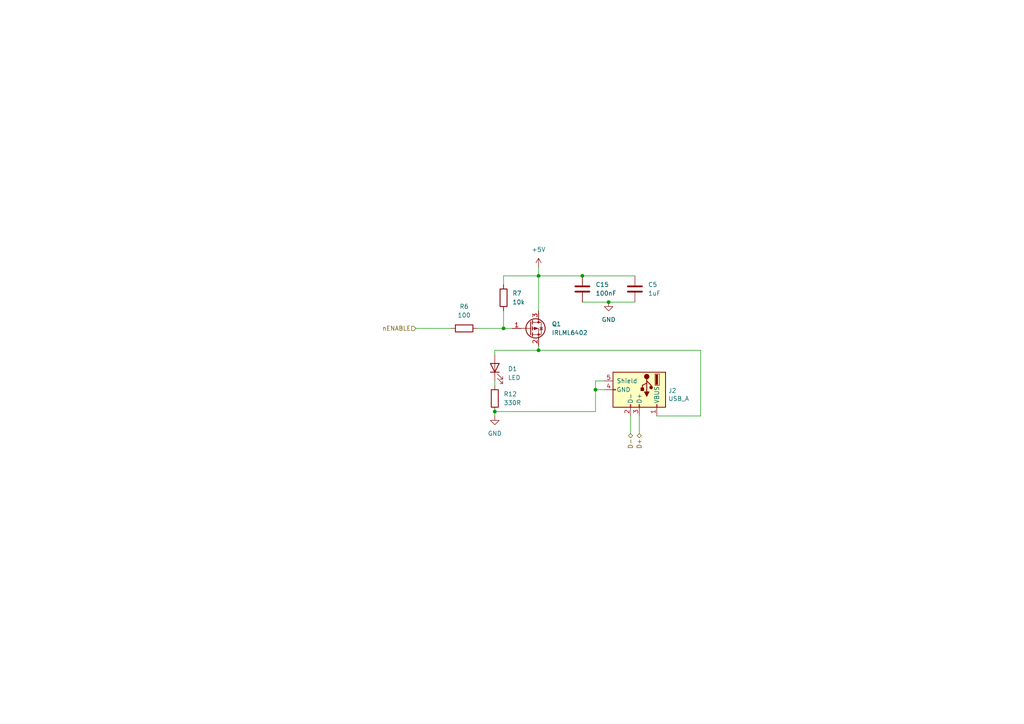
<source format=kicad_sch>
(kicad_sch (version 20211123) (generator eeschema)
  (paper "A4")
  (lib_symbols
    (symbol "Connector:USB_A" (pin_names (offset 1.016))
      (property "Reference" "J" (at -5.08 11.43 0))
      (property "Value" "USB_A" (at -5.08 8.89 0))
      (symbol "USB_A_0_1"
        (rectangle (start -5.08 -7.62) (end 5.08 7.62) (stroke (width 0.254)) (fill (type background)))
        (circle (center -3.81 2.159) (radius 0.635) (stroke (width 0.254)) (fill (type outline)))
        (rectangle (start -1.524 4.826) (end -4.318 5.334) (fill (type outline)))
        (rectangle (start -1.27 4.572) (end -4.572 5.842))
        (circle (center -0.635 3.429) (radius 0.381) (stroke (width 0.254)) (fill (type outline)))
        (rectangle (start -0.127 -7.62) (end 0.127 -6.858))
        (polyline (pts (xy -3.175 2.159) (xy -2.54 2.159) (xy -1.27 3.429) (xy -0.635 3.429)) (stroke (width 0.254)))
        (polyline (pts (xy -2.54 2.159) (xy -1.905 2.159) (xy -1.27 0.889) (xy 0 0.889)) (stroke (width 0.254)))
        (polyline (pts (xy 0.635 2.794) (xy 0.635 1.524) (xy 1.905 2.159) (xy 0.635 2.794)) (stroke (width 0.254)) (fill (type outline)))
        (rectangle (start 0.254 1.27) (end -0.508 0.508) (stroke (width 0.254)) (fill (type outline)))
        (rectangle (start 5.08 -2.667) (end 4.318 -2.413))
        (rectangle (start 5.08 -0.127) (end 4.318 0.127))
        (rectangle (start 5.08 4.953) (end 4.318 5.207))
      )
      (symbol "USB_A_1_1"
        (polyline (pts (xy -1.905 2.159) (xy 0.635 2.159)) (stroke (width 0.254)))
        (pin power_in line (at 7.62 5.08 180) (length 2.54) (name "VBUS") (number "1"))
        (pin bidirectional line (at 7.62 -2.54 180) (length 2.54) (name "D-") (number "2"))
        (pin bidirectional line (at 7.62 0 180) (length 2.54) (name "D+") (number "3"))
        (pin power_in line (at 0 -10.16 90) (length 2.54) (name "GND") (number "4"))
        (pin passive line (at -2.54 -10.16 90) (length 2.54) (name "Shield") (number "5"))
      )
    )
    (symbol "Device:C" (pin_numbers hide) (pin_names (offset 0.254))
      (property "Reference" "C" (at 0.635 2.54 0))
      (property "Value" "C" (at 0.635 -2.54 0))
      (symbol "C_0_1"
        (polyline (pts (xy -2.032 -0.762) (xy 2.032 -0.762)) (stroke (width 0.508)))
        (polyline (pts (xy -2.032 0.762) (xy 2.032 0.762)) (stroke (width 0.508)))
      )
      (symbol "C_1_1"
        (pin passive line (at 0 3.81 270) (length 2.794) (name "~") (number "1"))
        (pin passive line (at 0 -3.81 90) (length 2.794) (name "~") (number "2"))
      )
    )
    (symbol "Device:LED" (pin_numbers hide) (pin_names (offset 1.016) hide)
      (property "Reference" "D" (at 0 2.54 0))
      (property "Value" "LED" (at 0 -2.54 0))
      (symbol "LED_0_1"
        (polyline (pts (xy -1.27 -1.27) (xy -1.27 1.27)) (stroke (width 0.254)))
        (polyline (pts (xy -1.27 0) (xy 1.27 0)))
        (polyline (pts (xy 1.27 -1.27) (xy 1.27 1.27) (xy -1.27 0) (xy 1.27 -1.27)) (stroke (width 0.254)))
        (polyline (pts (xy -3.048 -0.762) (xy -4.572 -2.286) (xy -3.81 -2.286) (xy -4.572 -2.286) (xy -4.572 -1.524)))
        (polyline (pts (xy -1.778 -0.762) (xy -3.302 -2.286) (xy -2.54 -2.286) (xy -3.302 -2.286) (xy -3.302 -1.524)))
      )
      (symbol "LED_1_1"
        (pin passive line (at -3.81 0 0) (length 2.54) (name "K") (number "1"))
        (pin passive line (at 3.81 0 180) (length 2.54) (name "A") (number "2"))
      )
    )
    (symbol "Device:R" (pin_numbers hide) (pin_names (offset 0))
      (property "Reference" "R" (at 2.032 0 90))
      (property "Value" "R" (at 0 0 90))
      (symbol "R_0_1"
        (rectangle (start -1.016 -2.54) (end 1.016 2.54) (stroke (width 0.254)))
      )
      (symbol "R_1_1"
        (pin passive line (at 0 3.81 270) (length 1.27) (name "~") (number "1"))
        (pin passive line (at 0 -3.81 90) (length 1.27) (name "~") (number "2"))
      )
    )
    (symbol "Transistor_FET:IRLML6402" (pin_names hide)
      (property "Reference" "Q" (at 5.08 1.905 0))
      (property "Value" "IRLML6402" (at 5.08 0 0))
      (symbol "IRLML6402_0_1"
        (polyline (pts (xy 0.254 0) (xy -2.54 0)))
        (polyline (pts (xy 0.254 1.905) (xy 0.254 -1.905)) (stroke (width 0.254)))
        (polyline (pts (xy 0.762 -1.27) (xy 0.762 -2.286)) (stroke (width 0.254)))
        (polyline (pts (xy 0.762 0.508) (xy 0.762 -0.508)) (stroke (width 0.254)))
        (polyline (pts (xy 0.762 2.286) (xy 0.762 1.27)) (stroke (width 0.254)))
        (polyline (pts (xy 2.54 2.54) (xy 2.54 1.778)))
        (polyline (pts (xy 2.54 -2.54) (xy 2.54 0) (xy 0.762 0)))
        (polyline (pts (xy 0.762 1.778) (xy 3.302 1.778) (xy 3.302 -1.778) (xy 0.762 -1.778)))
        (polyline (pts (xy 2.286 0) (xy 1.27 0.381) (xy 1.27 -0.381) (xy 2.286 0)) (fill (type outline)))
        (polyline (pts (xy 2.794 -0.508) (xy 2.921 -0.381) (xy 3.683 -0.381) (xy 3.81 -0.254)))
        (polyline (pts (xy 3.302 -0.381) (xy 2.921 0.254) (xy 3.683 0.254) (xy 3.302 -0.381)))
        (circle (center 1.651 0) (radius 2.794) (stroke (width 0.254)))
        (circle (center 2.54 -1.778) (radius 0.254) (fill (type outline)))
        (circle (center 2.54 1.778) (radius 0.254) (fill (type outline)))
      )
      (symbol "IRLML6402_1_1"
        (pin input line (at -5.08 0 0) (length 2.54) (name "G") (number "1"))
        (pin passive line (at 2.54 -5.08 90) (length 2.54) (name "S") (number "2"))
        (pin passive line (at 2.54 5.08 270) (length 2.54) (name "D") (number "3"))
      )
    )
    (symbol "power:+5V" (power) (pin_names (offset 0))
      (property "Value" "+5V" (at 0 3.556 0))
      (symbol "+5V_0_1"
        (polyline (pts (xy -0.762 1.27) (xy 0 2.54)))
        (polyline (pts (xy 0 0) (xy 0 2.54)))
        (polyline (pts (xy 0 2.54) (xy 0.762 1.27)))
      )
      (symbol "+5V_1_1"
        (pin power_in line (at 0 0 90) (length 0) hide (name "+5V") (number "1"))
      )
    )
    (symbol "power:GND" (power) (pin_names (offset 0))
      (property "Value" "GND" (at 0 -3.81 0))
      (symbol "GND_0_1"
        (polyline (pts (xy 0 0) (xy 0 -1.27) (xy 1.27 -1.27) (xy 0 -2.54) (xy -1.27 -1.27) (xy 0 -1.27)))
      )
      (symbol "GND_1_1"
        (pin power_in line (at 0 0 270) (length 0) hide (name "GND") (number "1"))
      )
    )
  )
  (junction (at 172.72 113.03))
  (junction (at 156.21 101.6))
  (junction (at 168.91 80.01))
  (junction (at 146.05 95.25))
  (junction (at 156.21 80.01))
  (junction (at 143.51 119.38))
  (junction (at 176.53 87.63))
  (wire (pts (xy 143.51 119.38) (xy 143.51 120.65)))
  (wire (pts (xy 143.51 102.87) (xy 143.51 101.6)))
  (wire (pts (xy 143.51 101.6) (xy 156.21 101.6)))
  (wire (pts (xy 203.2 120.65) (xy 203.2 101.6)))
  (wire (pts (xy 146.05 90.17) (xy 146.05 95.25)))
  (wire (pts (xy 172.72 110.49) (xy 172.72 113.03)))
  (wire (pts (xy 168.91 87.63) (xy 176.53 87.63)))
  (wire (pts (xy 168.91 80.01) (xy 184.15 80.01)))
  (wire (pts (xy 172.72 119.38) (xy 143.51 119.38)))
  (wire (pts (xy 146.05 82.55) (xy 146.05 80.01)))
  (wire (pts (xy 156.21 80.01) (xy 168.91 80.01)))
  (wire (pts (xy 185.42 120.65) (xy 185.42 125.73)))
  (wire (pts (xy 156.21 77.47) (xy 156.21 80.01)))
  (wire (pts (xy 182.88 120.65) (xy 182.88 125.73)))
  (wire (pts (xy 156.21 90.17) (xy 156.21 80.01)))
  (wire (pts (xy 146.05 95.25) (xy 148.59 95.25)))
  (wire (pts (xy 138.43 95.25) (xy 146.05 95.25)))
  (wire (pts (xy 175.26 113.03) (xy 172.72 113.03)))
  (wire (pts (xy 172.72 113.03) (xy 172.72 119.38)))
  (wire (pts (xy 203.2 101.6) (xy 156.21 101.6)))
  (wire (pts (xy 120.65 95.25) (xy 130.81 95.25)))
  (wire (pts (xy 190.5 120.65) (xy 203.2 120.65)))
  (wire (pts (xy 175.26 110.49) (xy 172.72 110.49)))
  (wire (pts (xy 156.21 100.33) (xy 156.21 101.6)))
  (wire (pts (xy 143.51 110.49) (xy 143.51 111.76)))
  (wire (pts (xy 176.53 87.63) (xy 184.15 87.63)))
  (wire (pts (xy 146.05 80.01) (xy 156.21 80.01)))
  (hierarchical_label "nENABLE" (shape input) (at 120.65 95.25 180))
  (hierarchical_label "D+" (shape bidirectional) (at 185.42 125.73 270))
  (hierarchical_label "D-" (shape bidirectional) (at 182.88 125.73 270))
  (symbol (lib_id "power:GND") (at 176.53 87.63 0) (unit 1)
    (property "Reference" "#PWR09" (effects hide))
    (property "Value" "GND" (at 176.53 92.71 0))
  )
  (symbol (lib_id "Device:C") (at 184.15 83.82 0) (unit 1)
    (property "Reference" "C5" (at 187.96 82.5499 0) (effects (justify left)))
    (property "Value" "1uF" (at 187.96 85.0899 0) (effects (justify left)))
    (property "Footprint" "Capacitor_SMD:C_0805_2012Metric_Pad1.18x1.45mm_HandSolder" (effects hide))
  )
  (symbol (lib_id "Device:R") (at 146.05 86.36 0) (unit 1)
    (property "Reference" "R7" (at 148.59 85.0899 0) (effects (justify left)))
    (property "Value" "10k" (at 148.59 87.6299 0) (effects (justify left)))
    (property "Footprint" "Resistor_SMD:R_0805_2012Metric_Pad1.20x1.40mm_HandSolder" (effects hide))
  )
  (symbol (lib_id "power:+5V") (at 156.21 77.47 0) (unit 1)
    (property "Reference" "#PWR08" (effects hide))
    (property "Value" "+5V" (at 156.21 72.39 0))
  )
  (symbol (lib_id "Device:C") (at 168.91 83.82 0) (unit 1)
    (property "Reference" "C15" (at 172.72 82.5499 0) (effects (justify left)))
    (property "Value" "100nF" (at 172.72 85.0899 0) (effects (justify left)))
    (property "Footprint" "Capacitor_SMD:C_0805_2012Metric_Pad1.18x1.45mm_HandSolder" (effects hide))
  )
  (symbol (lib_id "Connector:USB_A") (at 185.42 113.03 270) (unit 1)
    (property "Reference" "J2" (at 193.802 113.3094 90) (effects (justify left)))
    (property "Value" "USB_A" (at 193.802 115.6208 90) (effects (justify left)))
    (property "Footprint" "Connector_USB:USB_A_TE_292303-7_Horizontal" (effects hide))
    (property "Datasheet" " ~" (effects hide))
  )
  (symbol (lib_id "Transistor_FET:IRLML6402") (at 153.67 95.25 0) (unit 1)
    (property "Reference" "Q1" (at 160.02 93.9799 0) (effects (justify left)))
    (property "Value" "IRLML6402" (at 160.02 96.5199 0) (effects (justify left)))
    (property "Footprint" "Package_TO_SOT_SMD:SOT-23" (effects hide))
    (property "Datasheet" "https://www.infineon.com/dgdl/irlml6402pbf.pdf?fileId=5546d462533600a401535668d5c2263c" (effects hide))
  )
  (symbol (lib_id "power:GND") (at 143.51 120.65 0) (unit 1)
    (property "Reference" "#PWR014" (effects hide))
    (property "Value" "GND" (at 143.51 125.73 0))
  )
  (symbol (lib_id "Device:LED") (at 143.51 106.68 90) (unit 1)
    (property "Reference" "D1" (at 147.32 106.9974 90) (effects (justify right)))
    (property "Value" "LED" (at 147.32 109.5374 90) (effects (justify right)))
    (property "Footprint" "LED_SMD:LED_0805_2012Metric_Pad1.15x1.40mm_HandSolder" (effects hide))
  )
  (symbol (lib_id "Device:R") (at 134.62 95.25 270) (unit 1)
    (property "Reference" "R6" (at 134.62 88.9 90))
    (property "Value" "100" (at 134.62 91.44 90))
    (property "Footprint" "Resistor_SMD:R_0805_2012Metric_Pad1.20x1.40mm_HandSolder" (effects hide))
  )
  (symbol (lib_id "Device:R") (at 143.51 115.57 0) (unit 1)
    (property "Reference" "R12" (at 146.05 114.2999 0) (effects (justify left)))
    (property "Value" "330R" (at 146.05 116.8399 0) (effects (justify left)))
    (property "Footprint" "Resistor_SMD:R_0805_2012Metric_Pad1.20x1.40mm_HandSolder" (effects hide))
  )
)
</source>
